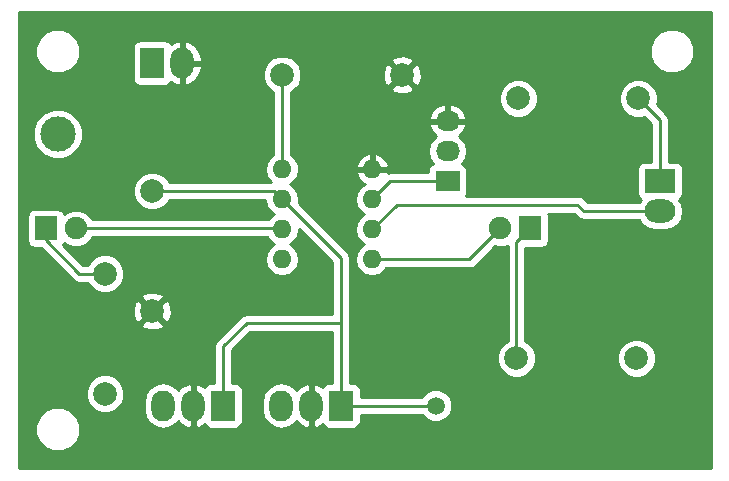
<source format=gbr>
G04 #@! TF.FileFunction,Copper,L1,Top,Signal*
%FSLAX46Y46*%
G04 Gerber Fmt 4.6, Leading zero omitted, Abs format (unit mm)*
G04 Created by KiCad (PCBNEW 4.0.5+dfsg1-4) date Sat Jul  7 16:24:38 2018*
%MOMM*%
%LPD*%
G01*
G04 APERTURE LIST*
%ADD10C,0.100000*%
%ADD11R,1.900000X2.000000*%
%ADD12C,1.900000*%
%ADD13C,1.998980*%
%ADD14O,1.600000X1.600000*%
%ADD15R,2.000000X2.600000*%
%ADD16O,2.000000X2.600000*%
%ADD17R,2.600000X2.000000*%
%ADD18O,2.600000X2.000000*%
%ADD19C,3.000000*%
%ADD20C,1.500000*%
%ADD21R,2.032000X1.727200*%
%ADD22O,2.032000X1.727200*%
%ADD23C,0.250000*%
%ADD24C,0.254000*%
G04 APERTURE END LIST*
D10*
D11*
X149000000Y-120000000D03*
D12*
X151540000Y-120000000D03*
D13*
X158000000Y-127000000D03*
X158000000Y-116840000D03*
D14*
X169000000Y-115000000D03*
X169000000Y-117540000D03*
X169000000Y-120080000D03*
X169000000Y-122620000D03*
X176620000Y-122620000D03*
X176620000Y-120080000D03*
X176620000Y-117540000D03*
X176620000Y-115000000D03*
D11*
X190000000Y-120000000D03*
D12*
X187460000Y-120000000D03*
D15*
X164000000Y-135000000D03*
D16*
X161460000Y-135000000D03*
X158920000Y-135000000D03*
D15*
X174000000Y-135000000D03*
D16*
X171460000Y-135000000D03*
X168920000Y-135000000D03*
D15*
X158000000Y-106000000D03*
D16*
X160540000Y-106000000D03*
D17*
X201000000Y-116000000D03*
D18*
X201000000Y-118540000D03*
D19*
X150000000Y-112000000D03*
D20*
X182000000Y-135000000D03*
D21*
X183000000Y-116000000D03*
D22*
X183000000Y-113460000D03*
X183000000Y-110920000D03*
D13*
X199000000Y-131000000D03*
X188840000Y-131000000D03*
X189000000Y-109000000D03*
X199160000Y-109000000D03*
X154000000Y-134000000D03*
X154000000Y-123840000D03*
X169000000Y-107000000D03*
X179160000Y-107000000D03*
D23*
X188840000Y-131000000D02*
X188840000Y-121160000D01*
X188840000Y-121160000D02*
X190000000Y-120000000D01*
X176620000Y-122620000D02*
X184840000Y-122620000D01*
X184840000Y-122620000D02*
X187460000Y-120000000D01*
X149000000Y-120000000D02*
X149000000Y-121000000D01*
X149000000Y-121000000D02*
X151840000Y-123840000D01*
X151840000Y-123840000D02*
X154000000Y-123840000D01*
X149000000Y-120000000D02*
X149160000Y-120000000D01*
X151540000Y-120000000D02*
X168920000Y-120000000D01*
X168920000Y-120000000D02*
X169000000Y-120080000D01*
X164000000Y-135000000D02*
X164000000Y-130000000D01*
X166000000Y-128000000D02*
X174000000Y-128000000D01*
X164000000Y-130000000D02*
X166000000Y-128000000D01*
X174000000Y-135000000D02*
X174000000Y-128000000D01*
X174000000Y-128000000D02*
X174000000Y-122540000D01*
X174000000Y-122540000D02*
X169000000Y-117540000D01*
X174000000Y-135000000D02*
X182000000Y-135000000D01*
X158000000Y-116840000D02*
X168300000Y-116840000D01*
X168300000Y-116840000D02*
X169000000Y-117540000D01*
X201000000Y-118540000D02*
X194540000Y-118540000D01*
X178700000Y-118000000D02*
X176620000Y-120080000D01*
X194000000Y-118000000D02*
X178700000Y-118000000D01*
X194540000Y-118540000D02*
X194000000Y-118000000D01*
X183000000Y-116000000D02*
X178160000Y-116000000D01*
X178160000Y-116000000D02*
X176620000Y-117540000D01*
X201000000Y-116000000D02*
X201000000Y-110840000D01*
X201000000Y-110840000D02*
X199160000Y-109000000D01*
X169000000Y-107000000D02*
X169000000Y-115000000D01*
D24*
G36*
X205290000Y-140290000D02*
X146710000Y-140290000D01*
X146710000Y-137373305D01*
X148114674Y-137373305D01*
X148401043Y-138066372D01*
X148930839Y-138597093D01*
X149623405Y-138884672D01*
X150373305Y-138885326D01*
X151066372Y-138598957D01*
X151597093Y-138069161D01*
X151884672Y-137376595D01*
X151885326Y-136626695D01*
X151598957Y-135933628D01*
X151069161Y-135402907D01*
X150376595Y-135115328D01*
X149626695Y-135114674D01*
X148933628Y-135401043D01*
X148402907Y-135930839D01*
X148115328Y-136623405D01*
X148114674Y-137373305D01*
X146710000Y-137373305D01*
X146710000Y-134323694D01*
X152365226Y-134323694D01*
X152613538Y-134924655D01*
X153072927Y-135384846D01*
X153673453Y-135634206D01*
X154323694Y-135634774D01*
X154924655Y-135386462D01*
X155384846Y-134927073D01*
X155494876Y-134662091D01*
X157285000Y-134662091D01*
X157285000Y-135337909D01*
X157409457Y-135963596D01*
X157763880Y-136494029D01*
X158294313Y-136848452D01*
X158920000Y-136972909D01*
X159545687Y-136848452D01*
X160076120Y-136494029D01*
X160203219Y-136303812D01*
X160393683Y-136545922D01*
X160951645Y-136859144D01*
X161079566Y-136890124D01*
X161333000Y-136770777D01*
X161333000Y-135127000D01*
X161313000Y-135127000D01*
X161313000Y-134873000D01*
X161333000Y-134873000D01*
X161333000Y-133229223D01*
X161079566Y-133109876D01*
X160951645Y-133140856D01*
X160393683Y-133454078D01*
X160203219Y-133696188D01*
X160076120Y-133505971D01*
X159545687Y-133151548D01*
X158920000Y-133027091D01*
X158294313Y-133151548D01*
X157763880Y-133505971D01*
X157409457Y-134036404D01*
X157285000Y-134662091D01*
X155494876Y-134662091D01*
X155634206Y-134326547D01*
X155634774Y-133676306D01*
X155386462Y-133075345D01*
X154927073Y-132615154D01*
X154326547Y-132365794D01*
X153676306Y-132365226D01*
X153075345Y-132613538D01*
X152615154Y-133072927D01*
X152365794Y-133673453D01*
X152365226Y-134323694D01*
X146710000Y-134323694D01*
X146710000Y-128152163D01*
X157027443Y-128152163D01*
X157126042Y-128418965D01*
X157735582Y-128645401D01*
X158385377Y-128621341D01*
X158873958Y-128418965D01*
X158972557Y-128152163D01*
X158000000Y-127179605D01*
X157027443Y-128152163D01*
X146710000Y-128152163D01*
X146710000Y-126735582D01*
X156354599Y-126735582D01*
X156378659Y-127385377D01*
X156581035Y-127873958D01*
X156847837Y-127972557D01*
X157820395Y-127000000D01*
X158179605Y-127000000D01*
X159152163Y-127972557D01*
X159418965Y-127873958D01*
X159645401Y-127264418D01*
X159621341Y-126614623D01*
X159418965Y-126126042D01*
X159152163Y-126027443D01*
X158179605Y-127000000D01*
X157820395Y-127000000D01*
X156847837Y-126027443D01*
X156581035Y-126126042D01*
X156354599Y-126735582D01*
X146710000Y-126735582D01*
X146710000Y-125847837D01*
X157027443Y-125847837D01*
X158000000Y-126820395D01*
X158972557Y-125847837D01*
X158873958Y-125581035D01*
X158264418Y-125354599D01*
X157614623Y-125378659D01*
X157126042Y-125581035D01*
X157027443Y-125847837D01*
X146710000Y-125847837D01*
X146710000Y-119000000D01*
X147402560Y-119000000D01*
X147402560Y-121000000D01*
X147446838Y-121235317D01*
X147585910Y-121451441D01*
X147798110Y-121596431D01*
X148050000Y-121647440D01*
X148572638Y-121647440D01*
X151302599Y-124377401D01*
X151549161Y-124542148D01*
X151840000Y-124600000D01*
X152545504Y-124600000D01*
X152613538Y-124764655D01*
X153072927Y-125224846D01*
X153673453Y-125474206D01*
X154323694Y-125474774D01*
X154924655Y-125226462D01*
X155384846Y-124767073D01*
X155634206Y-124166547D01*
X155634774Y-123516306D01*
X155386462Y-122915345D01*
X154927073Y-122455154D01*
X154326547Y-122205794D01*
X153676306Y-122205226D01*
X153075345Y-122453538D01*
X152615154Y-122912927D01*
X152545779Y-123080000D01*
X152154802Y-123080000D01*
X150457235Y-121382433D01*
X150546431Y-121251890D01*
X150547055Y-121248808D01*
X150640997Y-121342914D01*
X151223341Y-121584724D01*
X151853893Y-121585275D01*
X152436657Y-121344481D01*
X152882914Y-120899003D01*
X152940633Y-120760000D01*
X167733551Y-120760000D01*
X167957189Y-121094698D01*
X168339275Y-121350000D01*
X167957189Y-121605302D01*
X167646120Y-122070849D01*
X167536887Y-122620000D01*
X167646120Y-123169151D01*
X167957189Y-123634698D01*
X168422736Y-123945767D01*
X168971887Y-124055000D01*
X169028113Y-124055000D01*
X169577264Y-123945767D01*
X170042811Y-123634698D01*
X170353880Y-123169151D01*
X170463113Y-122620000D01*
X170353880Y-122070849D01*
X170042811Y-121605302D01*
X169660725Y-121350000D01*
X170042811Y-121094698D01*
X170353880Y-120629151D01*
X170463113Y-120080000D01*
X170462595Y-120077397D01*
X173240000Y-122854802D01*
X173240000Y-127240000D01*
X166000000Y-127240000D01*
X165709161Y-127297852D01*
X165462599Y-127462599D01*
X163462599Y-129462599D01*
X163297852Y-129709161D01*
X163240000Y-130000000D01*
X163240000Y-133052560D01*
X163000000Y-133052560D01*
X162764683Y-133096838D01*
X162548559Y-133235910D01*
X162434651Y-133402620D01*
X161968355Y-133140856D01*
X161840434Y-133109876D01*
X161587000Y-133229223D01*
X161587000Y-134873000D01*
X161607000Y-134873000D01*
X161607000Y-135127000D01*
X161587000Y-135127000D01*
X161587000Y-136770777D01*
X161840434Y-136890124D01*
X161968355Y-136859144D01*
X162436211Y-136596505D01*
X162535910Y-136751441D01*
X162748110Y-136896431D01*
X163000000Y-136947440D01*
X165000000Y-136947440D01*
X165235317Y-136903162D01*
X165451441Y-136764090D01*
X165596431Y-136551890D01*
X165647440Y-136300000D01*
X165647440Y-134662091D01*
X167285000Y-134662091D01*
X167285000Y-135337909D01*
X167409457Y-135963596D01*
X167763880Y-136494029D01*
X168294313Y-136848452D01*
X168920000Y-136972909D01*
X169545687Y-136848452D01*
X170076120Y-136494029D01*
X170203219Y-136303812D01*
X170393683Y-136545922D01*
X170951645Y-136859144D01*
X171079566Y-136890124D01*
X171333000Y-136770777D01*
X171333000Y-135127000D01*
X171313000Y-135127000D01*
X171313000Y-134873000D01*
X171333000Y-134873000D01*
X171333000Y-133229223D01*
X171079566Y-133109876D01*
X170951645Y-133140856D01*
X170393683Y-133454078D01*
X170203219Y-133696188D01*
X170076120Y-133505971D01*
X169545687Y-133151548D01*
X168920000Y-133027091D01*
X168294313Y-133151548D01*
X167763880Y-133505971D01*
X167409457Y-134036404D01*
X167285000Y-134662091D01*
X165647440Y-134662091D01*
X165647440Y-133700000D01*
X165603162Y-133464683D01*
X165464090Y-133248559D01*
X165251890Y-133103569D01*
X165000000Y-133052560D01*
X164760000Y-133052560D01*
X164760000Y-130314802D01*
X166314802Y-128760000D01*
X173240000Y-128760000D01*
X173240000Y-133052560D01*
X173000000Y-133052560D01*
X172764683Y-133096838D01*
X172548559Y-133235910D01*
X172434651Y-133402620D01*
X171968355Y-133140856D01*
X171840434Y-133109876D01*
X171587000Y-133229223D01*
X171587000Y-134873000D01*
X171607000Y-134873000D01*
X171607000Y-135127000D01*
X171587000Y-135127000D01*
X171587000Y-136770777D01*
X171840434Y-136890124D01*
X171968355Y-136859144D01*
X172436211Y-136596505D01*
X172535910Y-136751441D01*
X172748110Y-136896431D01*
X173000000Y-136947440D01*
X175000000Y-136947440D01*
X175235317Y-136903162D01*
X175451441Y-136764090D01*
X175596431Y-136551890D01*
X175647440Y-136300000D01*
X175647440Y-135760000D01*
X180815453Y-135760000D01*
X180825169Y-135783515D01*
X181214436Y-136173461D01*
X181723298Y-136384759D01*
X182274285Y-136385240D01*
X182783515Y-136174831D01*
X183173461Y-135785564D01*
X183384759Y-135276702D01*
X183385240Y-134725715D01*
X183174831Y-134216485D01*
X182785564Y-133826539D01*
X182276702Y-133615241D01*
X181725715Y-133614760D01*
X181216485Y-133825169D01*
X180826539Y-134214436D01*
X180815924Y-134240000D01*
X175647440Y-134240000D01*
X175647440Y-133700000D01*
X175603162Y-133464683D01*
X175464090Y-133248559D01*
X175251890Y-133103569D01*
X175000000Y-133052560D01*
X174760000Y-133052560D01*
X174760000Y-122540000D01*
X174702148Y-122249161D01*
X174537401Y-122002599D01*
X170398688Y-117863886D01*
X170463113Y-117540000D01*
X175156887Y-117540000D01*
X175266120Y-118089151D01*
X175577189Y-118554698D01*
X175959275Y-118810000D01*
X175577189Y-119065302D01*
X175266120Y-119530849D01*
X175156887Y-120080000D01*
X175266120Y-120629151D01*
X175577189Y-121094698D01*
X175959275Y-121350000D01*
X175577189Y-121605302D01*
X175266120Y-122070849D01*
X175156887Y-122620000D01*
X175266120Y-123169151D01*
X175577189Y-123634698D01*
X176042736Y-123945767D01*
X176591887Y-124055000D01*
X176648113Y-124055000D01*
X177197264Y-123945767D01*
X177662811Y-123634698D01*
X177832995Y-123380000D01*
X184840000Y-123380000D01*
X185130839Y-123322148D01*
X185377401Y-123157401D01*
X187006782Y-121528020D01*
X187143341Y-121584724D01*
X187773893Y-121585275D01*
X188080000Y-121458794D01*
X188080000Y-129545504D01*
X187915345Y-129613538D01*
X187455154Y-130072927D01*
X187205794Y-130673453D01*
X187205226Y-131323694D01*
X187453538Y-131924655D01*
X187912927Y-132384846D01*
X188513453Y-132634206D01*
X189163694Y-132634774D01*
X189764655Y-132386462D01*
X190224846Y-131927073D01*
X190474206Y-131326547D01*
X190474208Y-131323694D01*
X197365226Y-131323694D01*
X197613538Y-131924655D01*
X198072927Y-132384846D01*
X198673453Y-132634206D01*
X199323694Y-132634774D01*
X199924655Y-132386462D01*
X200384846Y-131927073D01*
X200634206Y-131326547D01*
X200634774Y-130676306D01*
X200386462Y-130075345D01*
X199927073Y-129615154D01*
X199326547Y-129365794D01*
X198676306Y-129365226D01*
X198075345Y-129613538D01*
X197615154Y-130072927D01*
X197365794Y-130673453D01*
X197365226Y-131323694D01*
X190474208Y-131323694D01*
X190474774Y-130676306D01*
X190226462Y-130075345D01*
X189767073Y-129615154D01*
X189600000Y-129545779D01*
X189600000Y-121647440D01*
X190950000Y-121647440D01*
X191185317Y-121603162D01*
X191401441Y-121464090D01*
X191546431Y-121251890D01*
X191597440Y-121000000D01*
X191597440Y-119000000D01*
X191553162Y-118764683D01*
X191550149Y-118760000D01*
X193685198Y-118760000D01*
X194002599Y-119077401D01*
X194249160Y-119242148D01*
X194540000Y-119300000D01*
X199241293Y-119300000D01*
X199505971Y-119696120D01*
X200036404Y-120050543D01*
X200662091Y-120175000D01*
X201337909Y-120175000D01*
X201963596Y-120050543D01*
X202494029Y-119696120D01*
X202848452Y-119165687D01*
X202972909Y-118540000D01*
X202848452Y-117914313D01*
X202608907Y-117555808D01*
X202751441Y-117464090D01*
X202896431Y-117251890D01*
X202947440Y-117000000D01*
X202947440Y-115000000D01*
X202903162Y-114764683D01*
X202764090Y-114548559D01*
X202551890Y-114403569D01*
X202300000Y-114352560D01*
X201760000Y-114352560D01*
X201760000Y-110840000D01*
X201702148Y-110549161D01*
X201537401Y-110302599D01*
X200725885Y-109491083D01*
X200794206Y-109326547D01*
X200794774Y-108676306D01*
X200546462Y-108075345D01*
X200087073Y-107615154D01*
X199486547Y-107365794D01*
X198836306Y-107365226D01*
X198235345Y-107613538D01*
X197775154Y-108072927D01*
X197525794Y-108673453D01*
X197525226Y-109323694D01*
X197773538Y-109924655D01*
X198232927Y-110384846D01*
X198833453Y-110634206D01*
X199483694Y-110634774D01*
X199650889Y-110565691D01*
X200240000Y-111154802D01*
X200240000Y-114352560D01*
X199700000Y-114352560D01*
X199464683Y-114396838D01*
X199248559Y-114535910D01*
X199103569Y-114748110D01*
X199052560Y-115000000D01*
X199052560Y-117000000D01*
X199096838Y-117235317D01*
X199235910Y-117451441D01*
X199390329Y-117556951D01*
X199241293Y-117780000D01*
X194854802Y-117780000D01*
X194537401Y-117462599D01*
X194290839Y-117297852D01*
X194000000Y-117240000D01*
X184527357Y-117240000D01*
X184612431Y-117115490D01*
X184663440Y-116863600D01*
X184663440Y-115136400D01*
X184619162Y-114901083D01*
X184480090Y-114684959D01*
X184267890Y-114539969D01*
X184226561Y-114531600D01*
X184244415Y-114519670D01*
X184569271Y-114033489D01*
X184683345Y-113460000D01*
X184569271Y-112886511D01*
X184244415Y-112400330D01*
X183934931Y-112193539D01*
X184350732Y-111822036D01*
X184604709Y-111294791D01*
X184607358Y-111279026D01*
X184486217Y-111047000D01*
X183127000Y-111047000D01*
X183127000Y-111067000D01*
X182873000Y-111067000D01*
X182873000Y-111047000D01*
X181513783Y-111047000D01*
X181392642Y-111279026D01*
X181395291Y-111294791D01*
X181649268Y-111822036D01*
X182065069Y-112193539D01*
X181755585Y-112400330D01*
X181430729Y-112886511D01*
X181316655Y-113460000D01*
X181430729Y-114033489D01*
X181755585Y-114519670D01*
X181769913Y-114529243D01*
X181748683Y-114533238D01*
X181532559Y-114672310D01*
X181387569Y-114884510D01*
X181336560Y-115136400D01*
X181336560Y-115240000D01*
X178160000Y-115240000D01*
X177972490Y-115277298D01*
X177889915Y-115127000D01*
X176747000Y-115127000D01*
X176747000Y-115147000D01*
X176493000Y-115147000D01*
X176493000Y-115127000D01*
X175350085Y-115127000D01*
X175228096Y-115349039D01*
X175388959Y-115737423D01*
X175764866Y-116152389D01*
X175981703Y-116255014D01*
X175577189Y-116525302D01*
X175266120Y-116990849D01*
X175156887Y-117540000D01*
X170463113Y-117540000D01*
X170353880Y-116990849D01*
X170042811Y-116525302D01*
X169660725Y-116270000D01*
X170042811Y-116014698D01*
X170353880Y-115549151D01*
X170463113Y-115000000D01*
X170393685Y-114650961D01*
X175228096Y-114650961D01*
X175350085Y-114873000D01*
X176493000Y-114873000D01*
X176493000Y-113729371D01*
X176747000Y-113729371D01*
X176747000Y-114873000D01*
X177889915Y-114873000D01*
X178011904Y-114650961D01*
X177851041Y-114262577D01*
X177475134Y-113847611D01*
X176969041Y-113608086D01*
X176747000Y-113729371D01*
X176493000Y-113729371D01*
X176270959Y-113608086D01*
X175764866Y-113847611D01*
X175388959Y-114262577D01*
X175228096Y-114650961D01*
X170393685Y-114650961D01*
X170353880Y-114450849D01*
X170042811Y-113985302D01*
X169760000Y-113796333D01*
X169760000Y-110560974D01*
X181392642Y-110560974D01*
X181513783Y-110793000D01*
X182873000Y-110793000D01*
X182873000Y-109579076D01*
X183127000Y-109579076D01*
X183127000Y-110793000D01*
X184486217Y-110793000D01*
X184607358Y-110560974D01*
X184604709Y-110545209D01*
X184350732Y-110017964D01*
X183914320Y-109628046D01*
X183361913Y-109434816D01*
X183127000Y-109579076D01*
X182873000Y-109579076D01*
X182638087Y-109434816D01*
X182085680Y-109628046D01*
X181649268Y-110017964D01*
X181395291Y-110545209D01*
X181392642Y-110560974D01*
X169760000Y-110560974D01*
X169760000Y-109323694D01*
X187365226Y-109323694D01*
X187613538Y-109924655D01*
X188072927Y-110384846D01*
X188673453Y-110634206D01*
X189323694Y-110634774D01*
X189924655Y-110386462D01*
X190384846Y-109927073D01*
X190634206Y-109326547D01*
X190634774Y-108676306D01*
X190386462Y-108075345D01*
X189927073Y-107615154D01*
X189326547Y-107365794D01*
X188676306Y-107365226D01*
X188075345Y-107613538D01*
X187615154Y-108072927D01*
X187365794Y-108673453D01*
X187365226Y-109323694D01*
X169760000Y-109323694D01*
X169760000Y-108454496D01*
X169924655Y-108386462D01*
X170159363Y-108152163D01*
X178187443Y-108152163D01*
X178286042Y-108418965D01*
X178895582Y-108645401D01*
X179545377Y-108621341D01*
X180033958Y-108418965D01*
X180132557Y-108152163D01*
X179160000Y-107179605D01*
X178187443Y-108152163D01*
X170159363Y-108152163D01*
X170384846Y-107927073D01*
X170634206Y-107326547D01*
X170634722Y-106735582D01*
X177514599Y-106735582D01*
X177538659Y-107385377D01*
X177741035Y-107873958D01*
X178007837Y-107972557D01*
X178980395Y-107000000D01*
X179339605Y-107000000D01*
X180312163Y-107972557D01*
X180578965Y-107873958D01*
X180805401Y-107264418D01*
X180781341Y-106614623D01*
X180578965Y-106126042D01*
X180312163Y-106027443D01*
X179339605Y-107000000D01*
X178980395Y-107000000D01*
X178007837Y-106027443D01*
X177741035Y-106126042D01*
X177514599Y-106735582D01*
X170634722Y-106735582D01*
X170634774Y-106676306D01*
X170386462Y-106075345D01*
X170159351Y-105847837D01*
X178187443Y-105847837D01*
X179160000Y-106820395D01*
X180132557Y-105847837D01*
X180033958Y-105581035D01*
X179474773Y-105373305D01*
X200114674Y-105373305D01*
X200401043Y-106066372D01*
X200930839Y-106597093D01*
X201623405Y-106884672D01*
X202373305Y-106885326D01*
X203066372Y-106598957D01*
X203597093Y-106069161D01*
X203884672Y-105376595D01*
X203885326Y-104626695D01*
X203598957Y-103933628D01*
X203069161Y-103402907D01*
X202376595Y-103115328D01*
X201626695Y-103114674D01*
X200933628Y-103401043D01*
X200402907Y-103930839D01*
X200115328Y-104623405D01*
X200114674Y-105373305D01*
X179474773Y-105373305D01*
X179424418Y-105354599D01*
X178774623Y-105378659D01*
X178286042Y-105581035D01*
X178187443Y-105847837D01*
X170159351Y-105847837D01*
X169927073Y-105615154D01*
X169326547Y-105365794D01*
X168676306Y-105365226D01*
X168075345Y-105613538D01*
X167615154Y-106072927D01*
X167365794Y-106673453D01*
X167365226Y-107323694D01*
X167613538Y-107924655D01*
X168072927Y-108384846D01*
X168240000Y-108454221D01*
X168240000Y-113796333D01*
X167957189Y-113985302D01*
X167646120Y-114450849D01*
X167536887Y-115000000D01*
X167646120Y-115549151D01*
X167957189Y-116014698D01*
X168054920Y-116080000D01*
X159454496Y-116080000D01*
X159386462Y-115915345D01*
X158927073Y-115455154D01*
X158326547Y-115205794D01*
X157676306Y-115205226D01*
X157075345Y-115453538D01*
X156615154Y-115912927D01*
X156365794Y-116513453D01*
X156365226Y-117163694D01*
X156613538Y-117764655D01*
X157072927Y-118224846D01*
X157673453Y-118474206D01*
X158323694Y-118474774D01*
X158924655Y-118226462D01*
X159384846Y-117767073D01*
X159454221Y-117600000D01*
X167548822Y-117600000D01*
X167646120Y-118089151D01*
X167957189Y-118554698D01*
X168339275Y-118810000D01*
X167957189Y-119065302D01*
X167840459Y-119240000D01*
X152940947Y-119240000D01*
X152884481Y-119103343D01*
X152439003Y-118657086D01*
X151856659Y-118415276D01*
X151226107Y-118414725D01*
X150643343Y-118655519D01*
X150545663Y-118753029D01*
X150414090Y-118548559D01*
X150201890Y-118403569D01*
X149950000Y-118352560D01*
X148050000Y-118352560D01*
X147814683Y-118396838D01*
X147598559Y-118535910D01*
X147453569Y-118748110D01*
X147402560Y-119000000D01*
X146710000Y-119000000D01*
X146710000Y-112422815D01*
X147864630Y-112422815D01*
X148188980Y-113207800D01*
X148789041Y-113808909D01*
X149573459Y-114134628D01*
X150422815Y-114135370D01*
X151207800Y-113811020D01*
X151808909Y-113210959D01*
X152134628Y-112426541D01*
X152135370Y-111577185D01*
X151811020Y-110792200D01*
X151210959Y-110191091D01*
X150426541Y-109865372D01*
X149577185Y-109864630D01*
X148792200Y-110188980D01*
X148191091Y-110789041D01*
X147865372Y-111573459D01*
X147864630Y-112422815D01*
X146710000Y-112422815D01*
X146710000Y-105373305D01*
X148114674Y-105373305D01*
X148401043Y-106066372D01*
X148930839Y-106597093D01*
X149623405Y-106884672D01*
X150373305Y-106885326D01*
X151066372Y-106598957D01*
X151597093Y-106069161D01*
X151884672Y-105376595D01*
X151885262Y-104700000D01*
X156352560Y-104700000D01*
X156352560Y-107300000D01*
X156396838Y-107535317D01*
X156535910Y-107751441D01*
X156748110Y-107896431D01*
X157000000Y-107947440D01*
X159000000Y-107947440D01*
X159235317Y-107903162D01*
X159451441Y-107764090D01*
X159565349Y-107597380D01*
X160031645Y-107859144D01*
X160159566Y-107890124D01*
X160413000Y-107770777D01*
X160413000Y-106127000D01*
X160667000Y-106127000D01*
X160667000Y-107770777D01*
X160920434Y-107890124D01*
X161048355Y-107859144D01*
X161606317Y-107545922D01*
X162001942Y-107043020D01*
X162175000Y-106427000D01*
X162175000Y-106127000D01*
X160667000Y-106127000D01*
X160413000Y-106127000D01*
X160393000Y-106127000D01*
X160393000Y-105873000D01*
X160413000Y-105873000D01*
X160413000Y-104229223D01*
X160667000Y-104229223D01*
X160667000Y-105873000D01*
X162175000Y-105873000D01*
X162175000Y-105573000D01*
X162001942Y-104956980D01*
X161606317Y-104454078D01*
X161048355Y-104140856D01*
X160920434Y-104109876D01*
X160667000Y-104229223D01*
X160413000Y-104229223D01*
X160159566Y-104109876D01*
X160031645Y-104140856D01*
X159563789Y-104403495D01*
X159464090Y-104248559D01*
X159251890Y-104103569D01*
X159000000Y-104052560D01*
X157000000Y-104052560D01*
X156764683Y-104096838D01*
X156548559Y-104235910D01*
X156403569Y-104448110D01*
X156352560Y-104700000D01*
X151885262Y-104700000D01*
X151885326Y-104626695D01*
X151598957Y-103933628D01*
X151069161Y-103402907D01*
X150376595Y-103115328D01*
X149626695Y-103114674D01*
X148933628Y-103401043D01*
X148402907Y-103930839D01*
X148115328Y-104623405D01*
X148114674Y-105373305D01*
X146710000Y-105373305D01*
X146710000Y-101710000D01*
X205290000Y-101710000D01*
X205290000Y-140290000D01*
X205290000Y-140290000D01*
G37*
X205290000Y-140290000D02*
X146710000Y-140290000D01*
X146710000Y-137373305D01*
X148114674Y-137373305D01*
X148401043Y-138066372D01*
X148930839Y-138597093D01*
X149623405Y-138884672D01*
X150373305Y-138885326D01*
X151066372Y-138598957D01*
X151597093Y-138069161D01*
X151884672Y-137376595D01*
X151885326Y-136626695D01*
X151598957Y-135933628D01*
X151069161Y-135402907D01*
X150376595Y-135115328D01*
X149626695Y-135114674D01*
X148933628Y-135401043D01*
X148402907Y-135930839D01*
X148115328Y-136623405D01*
X148114674Y-137373305D01*
X146710000Y-137373305D01*
X146710000Y-134323694D01*
X152365226Y-134323694D01*
X152613538Y-134924655D01*
X153072927Y-135384846D01*
X153673453Y-135634206D01*
X154323694Y-135634774D01*
X154924655Y-135386462D01*
X155384846Y-134927073D01*
X155494876Y-134662091D01*
X157285000Y-134662091D01*
X157285000Y-135337909D01*
X157409457Y-135963596D01*
X157763880Y-136494029D01*
X158294313Y-136848452D01*
X158920000Y-136972909D01*
X159545687Y-136848452D01*
X160076120Y-136494029D01*
X160203219Y-136303812D01*
X160393683Y-136545922D01*
X160951645Y-136859144D01*
X161079566Y-136890124D01*
X161333000Y-136770777D01*
X161333000Y-135127000D01*
X161313000Y-135127000D01*
X161313000Y-134873000D01*
X161333000Y-134873000D01*
X161333000Y-133229223D01*
X161079566Y-133109876D01*
X160951645Y-133140856D01*
X160393683Y-133454078D01*
X160203219Y-133696188D01*
X160076120Y-133505971D01*
X159545687Y-133151548D01*
X158920000Y-133027091D01*
X158294313Y-133151548D01*
X157763880Y-133505971D01*
X157409457Y-134036404D01*
X157285000Y-134662091D01*
X155494876Y-134662091D01*
X155634206Y-134326547D01*
X155634774Y-133676306D01*
X155386462Y-133075345D01*
X154927073Y-132615154D01*
X154326547Y-132365794D01*
X153676306Y-132365226D01*
X153075345Y-132613538D01*
X152615154Y-133072927D01*
X152365794Y-133673453D01*
X152365226Y-134323694D01*
X146710000Y-134323694D01*
X146710000Y-128152163D01*
X157027443Y-128152163D01*
X157126042Y-128418965D01*
X157735582Y-128645401D01*
X158385377Y-128621341D01*
X158873958Y-128418965D01*
X158972557Y-128152163D01*
X158000000Y-127179605D01*
X157027443Y-128152163D01*
X146710000Y-128152163D01*
X146710000Y-126735582D01*
X156354599Y-126735582D01*
X156378659Y-127385377D01*
X156581035Y-127873958D01*
X156847837Y-127972557D01*
X157820395Y-127000000D01*
X158179605Y-127000000D01*
X159152163Y-127972557D01*
X159418965Y-127873958D01*
X159645401Y-127264418D01*
X159621341Y-126614623D01*
X159418965Y-126126042D01*
X159152163Y-126027443D01*
X158179605Y-127000000D01*
X157820395Y-127000000D01*
X156847837Y-126027443D01*
X156581035Y-126126042D01*
X156354599Y-126735582D01*
X146710000Y-126735582D01*
X146710000Y-125847837D01*
X157027443Y-125847837D01*
X158000000Y-126820395D01*
X158972557Y-125847837D01*
X158873958Y-125581035D01*
X158264418Y-125354599D01*
X157614623Y-125378659D01*
X157126042Y-125581035D01*
X157027443Y-125847837D01*
X146710000Y-125847837D01*
X146710000Y-119000000D01*
X147402560Y-119000000D01*
X147402560Y-121000000D01*
X147446838Y-121235317D01*
X147585910Y-121451441D01*
X147798110Y-121596431D01*
X148050000Y-121647440D01*
X148572638Y-121647440D01*
X151302599Y-124377401D01*
X151549161Y-124542148D01*
X151840000Y-124600000D01*
X152545504Y-124600000D01*
X152613538Y-124764655D01*
X153072927Y-125224846D01*
X153673453Y-125474206D01*
X154323694Y-125474774D01*
X154924655Y-125226462D01*
X155384846Y-124767073D01*
X155634206Y-124166547D01*
X155634774Y-123516306D01*
X155386462Y-122915345D01*
X154927073Y-122455154D01*
X154326547Y-122205794D01*
X153676306Y-122205226D01*
X153075345Y-122453538D01*
X152615154Y-122912927D01*
X152545779Y-123080000D01*
X152154802Y-123080000D01*
X150457235Y-121382433D01*
X150546431Y-121251890D01*
X150547055Y-121248808D01*
X150640997Y-121342914D01*
X151223341Y-121584724D01*
X151853893Y-121585275D01*
X152436657Y-121344481D01*
X152882914Y-120899003D01*
X152940633Y-120760000D01*
X167733551Y-120760000D01*
X167957189Y-121094698D01*
X168339275Y-121350000D01*
X167957189Y-121605302D01*
X167646120Y-122070849D01*
X167536887Y-122620000D01*
X167646120Y-123169151D01*
X167957189Y-123634698D01*
X168422736Y-123945767D01*
X168971887Y-124055000D01*
X169028113Y-124055000D01*
X169577264Y-123945767D01*
X170042811Y-123634698D01*
X170353880Y-123169151D01*
X170463113Y-122620000D01*
X170353880Y-122070849D01*
X170042811Y-121605302D01*
X169660725Y-121350000D01*
X170042811Y-121094698D01*
X170353880Y-120629151D01*
X170463113Y-120080000D01*
X170462595Y-120077397D01*
X173240000Y-122854802D01*
X173240000Y-127240000D01*
X166000000Y-127240000D01*
X165709161Y-127297852D01*
X165462599Y-127462599D01*
X163462599Y-129462599D01*
X163297852Y-129709161D01*
X163240000Y-130000000D01*
X163240000Y-133052560D01*
X163000000Y-133052560D01*
X162764683Y-133096838D01*
X162548559Y-133235910D01*
X162434651Y-133402620D01*
X161968355Y-133140856D01*
X161840434Y-133109876D01*
X161587000Y-133229223D01*
X161587000Y-134873000D01*
X161607000Y-134873000D01*
X161607000Y-135127000D01*
X161587000Y-135127000D01*
X161587000Y-136770777D01*
X161840434Y-136890124D01*
X161968355Y-136859144D01*
X162436211Y-136596505D01*
X162535910Y-136751441D01*
X162748110Y-136896431D01*
X163000000Y-136947440D01*
X165000000Y-136947440D01*
X165235317Y-136903162D01*
X165451441Y-136764090D01*
X165596431Y-136551890D01*
X165647440Y-136300000D01*
X165647440Y-134662091D01*
X167285000Y-134662091D01*
X167285000Y-135337909D01*
X167409457Y-135963596D01*
X167763880Y-136494029D01*
X168294313Y-136848452D01*
X168920000Y-136972909D01*
X169545687Y-136848452D01*
X170076120Y-136494029D01*
X170203219Y-136303812D01*
X170393683Y-136545922D01*
X170951645Y-136859144D01*
X171079566Y-136890124D01*
X171333000Y-136770777D01*
X171333000Y-135127000D01*
X171313000Y-135127000D01*
X171313000Y-134873000D01*
X171333000Y-134873000D01*
X171333000Y-133229223D01*
X171079566Y-133109876D01*
X170951645Y-133140856D01*
X170393683Y-133454078D01*
X170203219Y-133696188D01*
X170076120Y-133505971D01*
X169545687Y-133151548D01*
X168920000Y-133027091D01*
X168294313Y-133151548D01*
X167763880Y-133505971D01*
X167409457Y-134036404D01*
X167285000Y-134662091D01*
X165647440Y-134662091D01*
X165647440Y-133700000D01*
X165603162Y-133464683D01*
X165464090Y-133248559D01*
X165251890Y-133103569D01*
X165000000Y-133052560D01*
X164760000Y-133052560D01*
X164760000Y-130314802D01*
X166314802Y-128760000D01*
X173240000Y-128760000D01*
X173240000Y-133052560D01*
X173000000Y-133052560D01*
X172764683Y-133096838D01*
X172548559Y-133235910D01*
X172434651Y-133402620D01*
X171968355Y-133140856D01*
X171840434Y-133109876D01*
X171587000Y-133229223D01*
X171587000Y-134873000D01*
X171607000Y-134873000D01*
X171607000Y-135127000D01*
X171587000Y-135127000D01*
X171587000Y-136770777D01*
X171840434Y-136890124D01*
X171968355Y-136859144D01*
X172436211Y-136596505D01*
X172535910Y-136751441D01*
X172748110Y-136896431D01*
X173000000Y-136947440D01*
X175000000Y-136947440D01*
X175235317Y-136903162D01*
X175451441Y-136764090D01*
X175596431Y-136551890D01*
X175647440Y-136300000D01*
X175647440Y-135760000D01*
X180815453Y-135760000D01*
X180825169Y-135783515D01*
X181214436Y-136173461D01*
X181723298Y-136384759D01*
X182274285Y-136385240D01*
X182783515Y-136174831D01*
X183173461Y-135785564D01*
X183384759Y-135276702D01*
X183385240Y-134725715D01*
X183174831Y-134216485D01*
X182785564Y-133826539D01*
X182276702Y-133615241D01*
X181725715Y-133614760D01*
X181216485Y-133825169D01*
X180826539Y-134214436D01*
X180815924Y-134240000D01*
X175647440Y-134240000D01*
X175647440Y-133700000D01*
X175603162Y-133464683D01*
X175464090Y-133248559D01*
X175251890Y-133103569D01*
X175000000Y-133052560D01*
X174760000Y-133052560D01*
X174760000Y-122540000D01*
X174702148Y-122249161D01*
X174537401Y-122002599D01*
X170398688Y-117863886D01*
X170463113Y-117540000D01*
X175156887Y-117540000D01*
X175266120Y-118089151D01*
X175577189Y-118554698D01*
X175959275Y-118810000D01*
X175577189Y-119065302D01*
X175266120Y-119530849D01*
X175156887Y-120080000D01*
X175266120Y-120629151D01*
X175577189Y-121094698D01*
X175959275Y-121350000D01*
X175577189Y-121605302D01*
X175266120Y-122070849D01*
X175156887Y-122620000D01*
X175266120Y-123169151D01*
X175577189Y-123634698D01*
X176042736Y-123945767D01*
X176591887Y-124055000D01*
X176648113Y-124055000D01*
X177197264Y-123945767D01*
X177662811Y-123634698D01*
X177832995Y-123380000D01*
X184840000Y-123380000D01*
X185130839Y-123322148D01*
X185377401Y-123157401D01*
X187006782Y-121528020D01*
X187143341Y-121584724D01*
X187773893Y-121585275D01*
X188080000Y-121458794D01*
X188080000Y-129545504D01*
X187915345Y-129613538D01*
X187455154Y-130072927D01*
X187205794Y-130673453D01*
X187205226Y-131323694D01*
X187453538Y-131924655D01*
X187912927Y-132384846D01*
X188513453Y-132634206D01*
X189163694Y-132634774D01*
X189764655Y-132386462D01*
X190224846Y-131927073D01*
X190474206Y-131326547D01*
X190474208Y-131323694D01*
X197365226Y-131323694D01*
X197613538Y-131924655D01*
X198072927Y-132384846D01*
X198673453Y-132634206D01*
X199323694Y-132634774D01*
X199924655Y-132386462D01*
X200384846Y-131927073D01*
X200634206Y-131326547D01*
X200634774Y-130676306D01*
X200386462Y-130075345D01*
X199927073Y-129615154D01*
X199326547Y-129365794D01*
X198676306Y-129365226D01*
X198075345Y-129613538D01*
X197615154Y-130072927D01*
X197365794Y-130673453D01*
X197365226Y-131323694D01*
X190474208Y-131323694D01*
X190474774Y-130676306D01*
X190226462Y-130075345D01*
X189767073Y-129615154D01*
X189600000Y-129545779D01*
X189600000Y-121647440D01*
X190950000Y-121647440D01*
X191185317Y-121603162D01*
X191401441Y-121464090D01*
X191546431Y-121251890D01*
X191597440Y-121000000D01*
X191597440Y-119000000D01*
X191553162Y-118764683D01*
X191550149Y-118760000D01*
X193685198Y-118760000D01*
X194002599Y-119077401D01*
X194249160Y-119242148D01*
X194540000Y-119300000D01*
X199241293Y-119300000D01*
X199505971Y-119696120D01*
X200036404Y-120050543D01*
X200662091Y-120175000D01*
X201337909Y-120175000D01*
X201963596Y-120050543D01*
X202494029Y-119696120D01*
X202848452Y-119165687D01*
X202972909Y-118540000D01*
X202848452Y-117914313D01*
X202608907Y-117555808D01*
X202751441Y-117464090D01*
X202896431Y-117251890D01*
X202947440Y-117000000D01*
X202947440Y-115000000D01*
X202903162Y-114764683D01*
X202764090Y-114548559D01*
X202551890Y-114403569D01*
X202300000Y-114352560D01*
X201760000Y-114352560D01*
X201760000Y-110840000D01*
X201702148Y-110549161D01*
X201537401Y-110302599D01*
X200725885Y-109491083D01*
X200794206Y-109326547D01*
X200794774Y-108676306D01*
X200546462Y-108075345D01*
X200087073Y-107615154D01*
X199486547Y-107365794D01*
X198836306Y-107365226D01*
X198235345Y-107613538D01*
X197775154Y-108072927D01*
X197525794Y-108673453D01*
X197525226Y-109323694D01*
X197773538Y-109924655D01*
X198232927Y-110384846D01*
X198833453Y-110634206D01*
X199483694Y-110634774D01*
X199650889Y-110565691D01*
X200240000Y-111154802D01*
X200240000Y-114352560D01*
X199700000Y-114352560D01*
X199464683Y-114396838D01*
X199248559Y-114535910D01*
X199103569Y-114748110D01*
X199052560Y-115000000D01*
X199052560Y-117000000D01*
X199096838Y-117235317D01*
X199235910Y-117451441D01*
X199390329Y-117556951D01*
X199241293Y-117780000D01*
X194854802Y-117780000D01*
X194537401Y-117462599D01*
X194290839Y-117297852D01*
X194000000Y-117240000D01*
X184527357Y-117240000D01*
X184612431Y-117115490D01*
X184663440Y-116863600D01*
X184663440Y-115136400D01*
X184619162Y-114901083D01*
X184480090Y-114684959D01*
X184267890Y-114539969D01*
X184226561Y-114531600D01*
X184244415Y-114519670D01*
X184569271Y-114033489D01*
X184683345Y-113460000D01*
X184569271Y-112886511D01*
X184244415Y-112400330D01*
X183934931Y-112193539D01*
X184350732Y-111822036D01*
X184604709Y-111294791D01*
X184607358Y-111279026D01*
X184486217Y-111047000D01*
X183127000Y-111047000D01*
X183127000Y-111067000D01*
X182873000Y-111067000D01*
X182873000Y-111047000D01*
X181513783Y-111047000D01*
X181392642Y-111279026D01*
X181395291Y-111294791D01*
X181649268Y-111822036D01*
X182065069Y-112193539D01*
X181755585Y-112400330D01*
X181430729Y-112886511D01*
X181316655Y-113460000D01*
X181430729Y-114033489D01*
X181755585Y-114519670D01*
X181769913Y-114529243D01*
X181748683Y-114533238D01*
X181532559Y-114672310D01*
X181387569Y-114884510D01*
X181336560Y-115136400D01*
X181336560Y-115240000D01*
X178160000Y-115240000D01*
X177972490Y-115277298D01*
X177889915Y-115127000D01*
X176747000Y-115127000D01*
X176747000Y-115147000D01*
X176493000Y-115147000D01*
X176493000Y-115127000D01*
X175350085Y-115127000D01*
X175228096Y-115349039D01*
X175388959Y-115737423D01*
X175764866Y-116152389D01*
X175981703Y-116255014D01*
X175577189Y-116525302D01*
X175266120Y-116990849D01*
X175156887Y-117540000D01*
X170463113Y-117540000D01*
X170353880Y-116990849D01*
X170042811Y-116525302D01*
X169660725Y-116270000D01*
X170042811Y-116014698D01*
X170353880Y-115549151D01*
X170463113Y-115000000D01*
X170393685Y-114650961D01*
X175228096Y-114650961D01*
X175350085Y-114873000D01*
X176493000Y-114873000D01*
X176493000Y-113729371D01*
X176747000Y-113729371D01*
X176747000Y-114873000D01*
X177889915Y-114873000D01*
X178011904Y-114650961D01*
X177851041Y-114262577D01*
X177475134Y-113847611D01*
X176969041Y-113608086D01*
X176747000Y-113729371D01*
X176493000Y-113729371D01*
X176270959Y-113608086D01*
X175764866Y-113847611D01*
X175388959Y-114262577D01*
X175228096Y-114650961D01*
X170393685Y-114650961D01*
X170353880Y-114450849D01*
X170042811Y-113985302D01*
X169760000Y-113796333D01*
X169760000Y-110560974D01*
X181392642Y-110560974D01*
X181513783Y-110793000D01*
X182873000Y-110793000D01*
X182873000Y-109579076D01*
X183127000Y-109579076D01*
X183127000Y-110793000D01*
X184486217Y-110793000D01*
X184607358Y-110560974D01*
X184604709Y-110545209D01*
X184350732Y-110017964D01*
X183914320Y-109628046D01*
X183361913Y-109434816D01*
X183127000Y-109579076D01*
X182873000Y-109579076D01*
X182638087Y-109434816D01*
X182085680Y-109628046D01*
X181649268Y-110017964D01*
X181395291Y-110545209D01*
X181392642Y-110560974D01*
X169760000Y-110560974D01*
X169760000Y-109323694D01*
X187365226Y-109323694D01*
X187613538Y-109924655D01*
X188072927Y-110384846D01*
X188673453Y-110634206D01*
X189323694Y-110634774D01*
X189924655Y-110386462D01*
X190384846Y-109927073D01*
X190634206Y-109326547D01*
X190634774Y-108676306D01*
X190386462Y-108075345D01*
X189927073Y-107615154D01*
X189326547Y-107365794D01*
X188676306Y-107365226D01*
X188075345Y-107613538D01*
X187615154Y-108072927D01*
X187365794Y-108673453D01*
X187365226Y-109323694D01*
X169760000Y-109323694D01*
X169760000Y-108454496D01*
X169924655Y-108386462D01*
X170159363Y-108152163D01*
X178187443Y-108152163D01*
X178286042Y-108418965D01*
X178895582Y-108645401D01*
X179545377Y-108621341D01*
X180033958Y-108418965D01*
X180132557Y-108152163D01*
X179160000Y-107179605D01*
X178187443Y-108152163D01*
X170159363Y-108152163D01*
X170384846Y-107927073D01*
X170634206Y-107326547D01*
X170634722Y-106735582D01*
X177514599Y-106735582D01*
X177538659Y-107385377D01*
X177741035Y-107873958D01*
X178007837Y-107972557D01*
X178980395Y-107000000D01*
X179339605Y-107000000D01*
X180312163Y-107972557D01*
X180578965Y-107873958D01*
X180805401Y-107264418D01*
X180781341Y-106614623D01*
X180578965Y-106126042D01*
X180312163Y-106027443D01*
X179339605Y-107000000D01*
X178980395Y-107000000D01*
X178007837Y-106027443D01*
X177741035Y-106126042D01*
X177514599Y-106735582D01*
X170634722Y-106735582D01*
X170634774Y-106676306D01*
X170386462Y-106075345D01*
X170159351Y-105847837D01*
X178187443Y-105847837D01*
X179160000Y-106820395D01*
X180132557Y-105847837D01*
X180033958Y-105581035D01*
X179474773Y-105373305D01*
X200114674Y-105373305D01*
X200401043Y-106066372D01*
X200930839Y-106597093D01*
X201623405Y-106884672D01*
X202373305Y-106885326D01*
X203066372Y-106598957D01*
X203597093Y-106069161D01*
X203884672Y-105376595D01*
X203885326Y-104626695D01*
X203598957Y-103933628D01*
X203069161Y-103402907D01*
X202376595Y-103115328D01*
X201626695Y-103114674D01*
X200933628Y-103401043D01*
X200402907Y-103930839D01*
X200115328Y-104623405D01*
X200114674Y-105373305D01*
X179474773Y-105373305D01*
X179424418Y-105354599D01*
X178774623Y-105378659D01*
X178286042Y-105581035D01*
X178187443Y-105847837D01*
X170159351Y-105847837D01*
X169927073Y-105615154D01*
X169326547Y-105365794D01*
X168676306Y-105365226D01*
X168075345Y-105613538D01*
X167615154Y-106072927D01*
X167365794Y-106673453D01*
X167365226Y-107323694D01*
X167613538Y-107924655D01*
X168072927Y-108384846D01*
X168240000Y-108454221D01*
X168240000Y-113796333D01*
X167957189Y-113985302D01*
X167646120Y-114450849D01*
X167536887Y-115000000D01*
X167646120Y-115549151D01*
X167957189Y-116014698D01*
X168054920Y-116080000D01*
X159454496Y-116080000D01*
X159386462Y-115915345D01*
X158927073Y-115455154D01*
X158326547Y-115205794D01*
X157676306Y-115205226D01*
X157075345Y-115453538D01*
X156615154Y-115912927D01*
X156365794Y-116513453D01*
X156365226Y-117163694D01*
X156613538Y-117764655D01*
X157072927Y-118224846D01*
X157673453Y-118474206D01*
X158323694Y-118474774D01*
X158924655Y-118226462D01*
X159384846Y-117767073D01*
X159454221Y-117600000D01*
X167548822Y-117600000D01*
X167646120Y-118089151D01*
X167957189Y-118554698D01*
X168339275Y-118810000D01*
X167957189Y-119065302D01*
X167840459Y-119240000D01*
X152940947Y-119240000D01*
X152884481Y-119103343D01*
X152439003Y-118657086D01*
X151856659Y-118415276D01*
X151226107Y-118414725D01*
X150643343Y-118655519D01*
X150545663Y-118753029D01*
X150414090Y-118548559D01*
X150201890Y-118403569D01*
X149950000Y-118352560D01*
X148050000Y-118352560D01*
X147814683Y-118396838D01*
X147598559Y-118535910D01*
X147453569Y-118748110D01*
X147402560Y-119000000D01*
X146710000Y-119000000D01*
X146710000Y-112422815D01*
X147864630Y-112422815D01*
X148188980Y-113207800D01*
X148789041Y-113808909D01*
X149573459Y-114134628D01*
X150422815Y-114135370D01*
X151207800Y-113811020D01*
X151808909Y-113210959D01*
X152134628Y-112426541D01*
X152135370Y-111577185D01*
X151811020Y-110792200D01*
X151210959Y-110191091D01*
X150426541Y-109865372D01*
X149577185Y-109864630D01*
X148792200Y-110188980D01*
X148191091Y-110789041D01*
X147865372Y-111573459D01*
X147864630Y-112422815D01*
X146710000Y-112422815D01*
X146710000Y-105373305D01*
X148114674Y-105373305D01*
X148401043Y-106066372D01*
X148930839Y-106597093D01*
X149623405Y-106884672D01*
X150373305Y-106885326D01*
X151066372Y-106598957D01*
X151597093Y-106069161D01*
X151884672Y-105376595D01*
X151885262Y-104700000D01*
X156352560Y-104700000D01*
X156352560Y-107300000D01*
X156396838Y-107535317D01*
X156535910Y-107751441D01*
X156748110Y-107896431D01*
X157000000Y-107947440D01*
X159000000Y-107947440D01*
X159235317Y-107903162D01*
X159451441Y-107764090D01*
X159565349Y-107597380D01*
X160031645Y-107859144D01*
X160159566Y-107890124D01*
X160413000Y-107770777D01*
X160413000Y-106127000D01*
X160667000Y-106127000D01*
X160667000Y-107770777D01*
X160920434Y-107890124D01*
X161048355Y-107859144D01*
X161606317Y-107545922D01*
X162001942Y-107043020D01*
X162175000Y-106427000D01*
X162175000Y-106127000D01*
X160667000Y-106127000D01*
X160413000Y-106127000D01*
X160393000Y-106127000D01*
X160393000Y-105873000D01*
X160413000Y-105873000D01*
X160413000Y-104229223D01*
X160667000Y-104229223D01*
X160667000Y-105873000D01*
X162175000Y-105873000D01*
X162175000Y-105573000D01*
X162001942Y-104956980D01*
X161606317Y-104454078D01*
X161048355Y-104140856D01*
X160920434Y-104109876D01*
X160667000Y-104229223D01*
X160413000Y-104229223D01*
X160159566Y-104109876D01*
X160031645Y-104140856D01*
X159563789Y-104403495D01*
X159464090Y-104248559D01*
X159251890Y-104103569D01*
X159000000Y-104052560D01*
X157000000Y-104052560D01*
X156764683Y-104096838D01*
X156548559Y-104235910D01*
X156403569Y-104448110D01*
X156352560Y-104700000D01*
X151885262Y-104700000D01*
X151885326Y-104626695D01*
X151598957Y-103933628D01*
X151069161Y-103402907D01*
X150376595Y-103115328D01*
X149626695Y-103114674D01*
X148933628Y-103401043D01*
X148402907Y-103930839D01*
X148115328Y-104623405D01*
X148114674Y-105373305D01*
X146710000Y-105373305D01*
X146710000Y-101710000D01*
X205290000Y-101710000D01*
X205290000Y-140290000D01*
M02*

</source>
